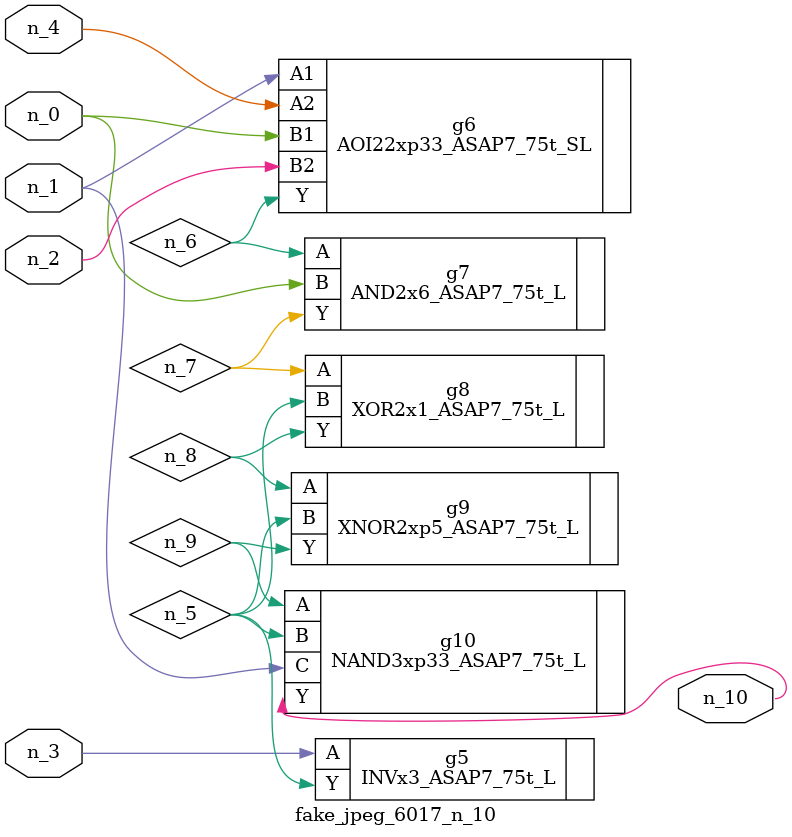
<source format=v>
module fake_jpeg_6017_n_10 (n_3, n_2, n_1, n_0, n_4, n_10);

input n_3;
input n_2;
input n_1;
input n_0;
input n_4;

output n_10;

wire n_8;
wire n_9;
wire n_6;
wire n_5;
wire n_7;

INVx3_ASAP7_75t_L g5 ( 
.A(n_3),
.Y(n_5)
);

AOI22xp33_ASAP7_75t_SL g6 ( 
.A1(n_1),
.A2(n_4),
.B1(n_0),
.B2(n_2),
.Y(n_6)
);

AND2x6_ASAP7_75t_L g7 ( 
.A(n_6),
.B(n_0),
.Y(n_7)
);

XOR2x1_ASAP7_75t_L g8 ( 
.A(n_7),
.B(n_5),
.Y(n_8)
);

XNOR2xp5_ASAP7_75t_L g9 ( 
.A(n_8),
.B(n_5),
.Y(n_9)
);

NAND3xp33_ASAP7_75t_L g10 ( 
.A(n_9),
.B(n_5),
.C(n_1),
.Y(n_10)
);


endmodule
</source>
